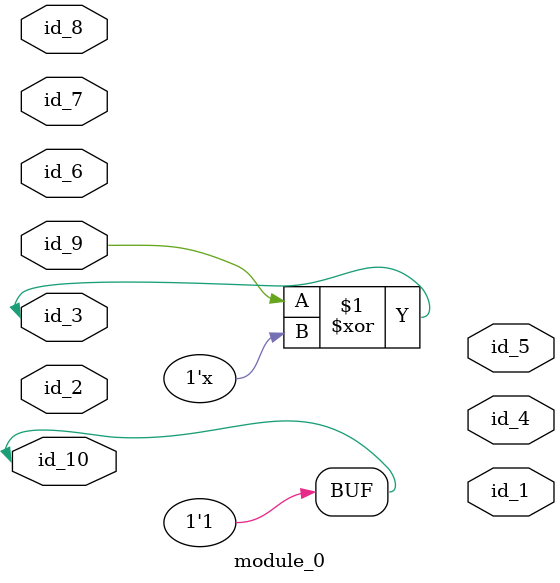
<source format=v>
`timescale 1ps / 1 ps
module module_0 (
    id_1,
    id_2,
    id_3,
    id_4,
    id_5,
    id_6,
    id_7,
    id_8,
    id_9,
    id_10
);
  inout id_10;
  input id_9;
  input id_8;
  input id_7;
  inout id_6;
  output id_5;
  output id_4;
  inout id_3;
  inout id_2;
  output id_1;
  assign id_3 = id_9 ^ id_10[1];
  supply1 id_10;
endmodule

</source>
